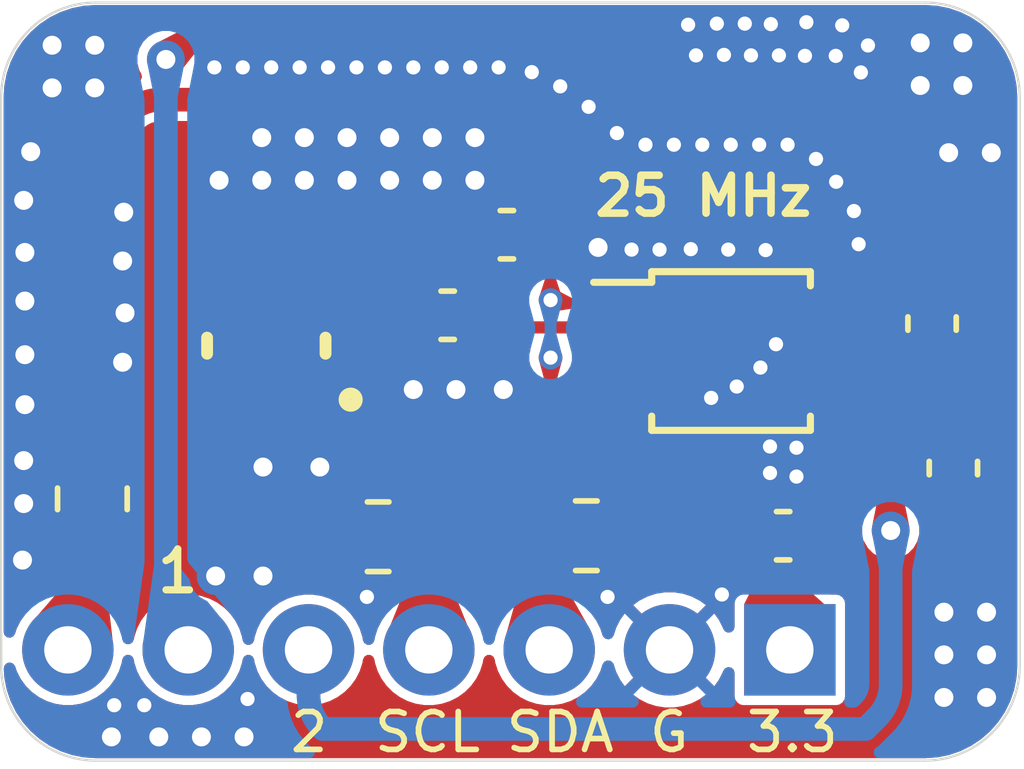
<source format=kicad_pcb>
(kicad_pcb (version 20241229) (generator "pcbnew") (generator_version "9.0")
  (layers (0 "F.Cu" signal) (2 "B.Cu" signal) (13 "F.Paste" user) (5 "F.SilkS" user "F.Silkscreen") (1 "F.Mask" user) (3 "B.Mask" user) (25 "Edge.Cuts" user))
  (net 0 "")
  (net 1 "Net-(U1-XA)")
  (net 2 "GND")
  (net 3 "/SDA_3V")
  (net 4 "/SCL_3V")
  (net 5 "CLK0")
  (net 6 "CLK1")
  (net 7 "CLK2")
  (net 8 "+3.3V")
  (net 9 "Net-(Y1-OUT)")
  (net 11 "Net-(JP1-Pad7)")
  (footprint "Capacitor_SMD:C_0603_1608Metric" (layer "F.Cu") (at 20.1 9.825 -90)
    (property "Reference" "C3" (hide yes))
    (property "Value" "105" (hide yes))
    (fp_line (start -0.14058 0.51) (end 0.14058 0.51) (stroke (width 0.12)) (layer "F.SilkS"))
    (fp_line (start -0.14058 -0.51) (end 0.14058 -0.51) (stroke (width 0.12)) (layer "F.SilkS"))
    (pad "1" smd roundrect (at -0.775 0 270) (size 0.9 0.95) (layers "F.Cu" "F.Mask" "F.Paste") (net 8 "+3.3V"))
    (pad "2" smd roundrect (at 0.775 0 270) (size 0.9 0.95) (layers "F.Cu" "F.Mask" "F.Paste") (net 2 "GND"))
  )
  (footprint "Capacitor_SMD:C_0603_1608Metric" (layer "F.Cu") (at 10.675 4.9 180)
    (property "Reference" "C5" (hide yes))
    (property "Value" "104" (hide yes))
    (fp_line (start -0.14058 0.51) (end 0.14058 0.51) (stroke (width 0.12)) (layer "F.SilkS"))
    (fp_line (start -0.14058 -0.51) (end 0.14058 -0.51) (stroke (width 0.12)) (layer "F.SilkS"))
    (pad "1" smd roundrect (at -0.775 0 180) (size 0.9 0.95) (layers "F.Cu" "F.Mask" "F.Paste") (net 8 "+3.3V"))
    (pad "2" smd roundrect (at 0.775 0 180) (size 0.9 0.95) (layers "F.Cu" "F.Mask" "F.Paste") (net 2 "GND"))
  )
  (footprint "Resistor_SMD:R_0805_2012Metric_Pad1.20x1.40mm_HandSolder" (layer "F.Cu") (at 12.351687 11.254216)
    (property "Reference" "R4" (hide yes))
    (property "Value" "1k" (hide yes))
    (fp_line (start -0.227064 -0.735) (end 0.227064 -0.735) (stroke (width 0.12)) (layer "F.SilkS"))
    (fp_line (start -0.227064 0.735) (end 0.227064 0.735) (stroke (width 0.12)) (layer "F.SilkS"))
    (pad "1" smd roundrect (at -1 0) (size 1.2 1.4) (layers "F.Cu" "F.Mask" "F.Paste") (roundrect_rratio 0.2083333333) (net 3 "/SDA_3V"))
    (pad "2" smd roundrect (at 1 0) (size 1.2 1.4) (layers "F.Cu" "F.Mask" "F.Paste") (roundrect_rratio 0.2083333333) (net 8 "+3.3V"))
  )
  (footprint "Resistor_SMD:R_0805_2012Metric_Pad1.20x1.40mm_HandSolder" (layer "F.Cu") (at 1.925 10.475 90)
    (property "Reference" "R1" (hide yes))
    (property "Value" "10" (hide yes))
    (fp_line (start -0.227064 -0.735) (end 0.227064 -0.735) (stroke (width 0.12)) (layer "F.SilkS"))
    (fp_line (start -0.227064 0.735) (end 0.227064 0.735) (stroke (width 0.12)) (layer "F.SilkS"))
    (pad "1" smd roundrect (at -1 0 90) (size 1.2 1.4) (layers "F.Cu" "F.Mask" "F.Paste") (roundrect_rratio 0.208333) (net 11 "Net-(JP1-Pad7)"))
    (pad "2" smd roundrect (at 1 0 90) (size 1.2 1.4) (layers "F.Cu" "F.Mask" "F.Paste") (roundrect_rratio 0.208333) (net 5 "CLK0"))
  )
  (footprint "Resistor_SMD:R_0805_2012Metric_Pad1.20x1.40mm_HandSolder" (layer "F.Cu") (at 7.957687 11.275216 180)
    (property "Reference" "R3" (hide yes))
    (property "Value" "1k" (hide yes))
    (fp_line (start -0.227064 0.735) (end 0.227064 0.735) (stroke (width 0.12)) (layer "F.SilkS"))
    (fp_line (start -0.227064 -0.735) (end 0.227064 -0.735) (stroke (width 0.12)) (layer "F.SilkS"))
    (pad "1" smd roundrect (at -1 0 180) (size 1.2 1.4) (layers "F.Cu" "F.Mask" "F.Paste") (roundrect_rratio 0.2083333333) (net 4 "/SCL_3V"))
    (pad "2" smd roundrect (at 1 0 180) (size 1.2 1.4) (layers "F.Cu" "F.Mask" "F.Paste") (roundrect_rratio 0.2083333333) (net 8 "+3.3V"))
  )
  (footprint "Adafruit Si5351A:1X07_ROUND_76" (layer "F.Cu") (at 9.027787 13.662816 180)
    (property "Reference" "JP1" (hide yes))
    (property "Value" "~")
    (pad "1" thru_hole rect (at -7.62 0 270) (size 1.9304 1.9304) (drill 1) (layers "*.Cu" "*.Mask") (net 8 "+3.3V"))
    (pad "2" thru_hole circle (at -5.08 0 270) (size 1.9304 1.9304) (drill 1) (layers "*.Cu" "*.Mask") (net 2 "GND"))
    (pad "3" thru_hole circle (at -2.54 0 270) (size 1.9304 1.9304) (drill 1) (layers "*.Cu" "*.Mask") (net 3 "/SDA_3V"))
    (pad "4" thru_hole circle (at 0 0 270) (size 1.9304 1.9304) (drill 1) (layers "*.Cu" "*.Mask") (net 4 "/SCL_3V"))
    (pad "5" thru_hole circle (at 2.54 0 270) (size 1.9304 1.9304) (drill 1) (layers "*.Cu" "*.Mask") (net 7 "CLK2"))
    (pad "6" thru_hole circle (at 5.08 0 270) (size 1.9304 1.9304) (drill 1) (layers "*.Cu" "*.Mask") (net 6 "CLK1"))
    (pad "7" thru_hole circle (at 7.62 0 270) (size 1.9304 1.9304) (drill 1) (layers "*.Cu" "*.Mask") (net 11 "Net-(JP1-Pad7)"))
  )
  (footprint "Capacitor_SMD:C_0603_1608Metric" (layer "F.Cu") (at 16.506687 11.254216)
    (property "Reference" "C1" (hide yes))
    (property "Value" "105" (hide yes))
    (fp_line (start -0.14058 -0.51) (end 0.14058 -0.51) (stroke (width 0.12)) (layer "F.SilkS"))
    (fp_line (start -0.14058 0.51) (end 0.14058 0.51) (stroke (width 0.12)) (layer "F.SilkS"))
    (pad "1" smd roundrect (at -0.775 0) (size 0.9 0.95) (layers "F.Cu" "F.Mask" "F.Paste") (net 8 "+3.3V"))
    (pad "2" smd roundrect (at 0.775 0) (size 0.9 0.95) (layers "F.Cu" "F.Mask" "F.Paste") (net 2 "GND"))
  )
  (footprint "Capacitor_SMD:C_0603_1608Metric" (layer "F.Cu") (at 19.65 6.775 90)
    (property "Reference" "C4" (hide yes))
    (property "Value" "104" (hide yes))
    (fp_line (start -0.14058 -0.51) (end 0.14058 -0.51) (stroke (width 0.12)) (layer "F.SilkS"))
    (fp_line (start -0.14058 0.51) (end 0.14058 0.51) (stroke (width 0.12)) (layer "F.SilkS"))
    (pad "1" smd roundrect (at -0.775 0 90) (size 0.9 0.95) (layers "F.Cu" "F.Mask" "F.Paste") (net 8 "+3.3V"))
    (pad "2" smd roundrect (at 0.775 0 90) (size 0.9 0.95) (layers "F.Cu" "F.Mask" "F.Paste") (net 2 "GND"))
  )
  (footprint "footprints:OSC-SMD_4P-L3.2-W2.5-BL-1" (layer "F.Cu") (at 5.596687 7.241716 90)
    (property "Reference" "Y1" (hide yes))
    (property "Value" "OSCILLATOR" (hide yes))
    (fp_line (start -0.17 -1.25) (end 0.17 -1.25) (stroke (width 0.25)) (layer "F.SilkS"))
    (fp_line (start -0.17 1.25) (end 0.17 1.25) (stroke (width 0.25)) (layer "F.SilkS"))
    (fp_circle (center -1.14 1.78) (end -1.01 1.78) (stroke (width 0.25)) (fill no) (layer "F.SilkS"))
    (pad "1" smd rect (at -1.1 0.8 90) (size 1.4 1.2) (layers "F.Cu" "F.Mask" "F.Paste") (net 2 "GND"))
    (pad "2" smd rect (at 1.1 0.8 90) (size 1.4 1.2) (layers "F.Cu" "F.Mask" "F.Paste") (net 2 "GND"))
    (pad "3" smd rect (at 1.1 -0.8 90) (size 1.4 1.2) (layers "F.Cu" "F.Mask" "F.Paste") (net 9 "Net-(Y1-OUT)"))
    (pad "4" smd rect (at -1.1 -0.8 90) (size 1.4 1.2) (layers "F.Cu" "F.Mask" "F.Paste") (net 8 "+3.3V"))
  )
  (footprint "Capacitor_SMD:C_0603_1608Metric" (layer "F.Cu") (at 9.425 6.6)
    (property "Reference" "C2" (hide yes))
    (property "Value" "100nF" (hide yes))
    (fp_line (start -0.14058 -0.51) (end 0.14058 -0.51) (stroke (width 0.12)) (layer "F.SilkS"))
    (fp_line (start -0.14058 0.51) (end 0.14058 0.51) (stroke (width 0.12)) (layer "F.SilkS"))
    (pad "1" smd roundrect (at -0.775 0) (size 0.9 0.95) (layers "F.Cu" "F.Mask" "F.Paste") (net 9 "Net-(Y1-OUT)"))
    (pad "2" smd roundrect (at 0.775 0) (size 0.9 0.95) (layers "F.Cu" "F.Mask" "F.Paste") (net 1 "Net-(U1-XA)"))
  )
  (footprint "Package_SO:MSOP-10_3x3mm_P0.5mm" (layer "F.Cu") (at 15.406687 7.354216)
    (property "Reference" "U1" (hide yes))
    (property "Value" "SI5351A" (hide yes))
    (fp_line (start -1.675 -1.675) (end -1.675 -1.45) (stroke (width 0.15)) (layer "F.SilkS"))
    (fp_line (start -1.675 -1.675) (end 1.675 -1.675) (stroke (width 0.15)) (layer "F.SilkS"))
    (fp_line (start -1.675 -1.45) (end -2.9 -1.45) (stroke (width 0.15)) (layer "F.SilkS"))
    (fp_line (start -1.675 1.675) (end -1.675 1.375) (stroke (width 0.15)) (layer "F.SilkS"))
    (fp_line (start -1.675 1.675) (end 1.675 1.675) (stroke (width 0.15)) (layer "F.SilkS"))
    (fp_line (start 1.675 -1.675) (end 1.675 -1.375) (stroke (width 0.15)) (layer "F.SilkS"))
    (fp_line (start 1.675 1.675) (end 1.675 1.375) (stroke (width 0.15)) (layer "F.SilkS"))
    (pad "1" smd rect (at -2.2 -1) (size 1.4 0.3) (layers "F.Cu" "F.Mask" "F.Paste") (net 8 "+3.3V"))
    (pad "2" smd rect (at -2.2 -0.5) (size 1.4 0.3) (layers "F.Cu" "F.Mask" "F.Paste") (net 1 "Net-(U1-XA)"))
    (pad "3" smd rect (at -2.2 0) (size 1.4 0.3) (layers "F.Cu" "F.Mask" "F.Paste"))
    (pad "4" smd rect (at -2.2 0.5) (size 1.4 0.3) (layers "F.Cu" "F.Mask" "F.Paste") (net 4 "/SCL_3V"))
    (pad "5" smd rect (at -2.2 1) (size 1.4 0.3) (layers "F.Cu" "F.Mask" "F.Paste") (net 3 "/SDA_3V"))
    (pad "6" smd rect (at 2.2 1) (size 1.4 0.3) (layers "F.Cu" "F.Mask" "F.Paste") (net 7 "CLK2"))
    (pad "7" smd rect (at 2.2 0.5) (size 1.4 0.3) (layers "F.Cu" "F.Mask" "F.Paste") (net 8 "+3.3V"))
    (pad "8" smd rect (at 2.2 0) (size 1.4 0.3) (layers "F.Cu" "F.Mask" "F.Paste") (net 2 "GND"))
    (pad "9" smd rect (at 2.2 -0.5) (size 1.4 0.3) (layers "F.Cu" "F.Mask" "F.Paste") (net 6 "CLK1"))
    (pad "10" smd rect (at 2.2 -1) (size 1.4 0.3) (layers "F.Cu" "F.Mask" "F.Paste") (net 5 "CLK0"))
  )
  (gr_line (start 19.5 16) (end 2 16) (stroke (width 0.05)) (layer "Edge.Cuts"))
  (gr_arc (start 0 2) (mid 0.585786 0.585786) (end 2 0) (stroke (width 0.05)) (layer "Edge.Cuts"))
  (gr_arc (start 2 16) (mid 0.585786 15.414214) (end 0 14) (stroke (width 0.05)) (layer "Edge.Cuts"))
  (gr_arc (start 21.5 14) (mid 20.914214 15.414214) (end 19.5 16) (stroke (width 0.05)) (layer "Edge.Cuts"))
  (gr_arc (start 19.5 0) (mid 20.914214 0.585786) (end 21.5 2) (stroke (width 0.05)) (layer "Edge.Cuts"))
  (gr_line (start 21.5 2) (end 21.5 14) (stroke (width 0.05)) (layer "Edge.Cuts"))
  (gr_line (start 2 0) (end 19.5 0) (stroke (width 0.05)) (layer "Edge.Cuts"))
  (gr_line (start 0 14) (end 0 2) (stroke (width 0.05)) (layer "Edge.Cuts"))
  (gr_text "G" (at 14.1 15.4 0) (layer "F.SilkS") (effects (font (size 0.8 0.8) (thickness 0.12))))
  (gr_text "SCL" (at 9 15.4 0) (layer "F.SilkS") (effects (font (size 0.8 0.8) (thickness 0.12))))
  (gr_text "2" (at 6.5 15.4 0) (layer "F.SilkS") (effects (font (size 0.8 0.8) (thickness 0.12))))
  (gr_text "SDA" (at 11.8 15.4 0) (layer "F.SilkS") (effects (font (size 0.8 0.8) (thickness 0.12))))
  (gr_text "1" (at 3.726687 12.004216 0) (layer "F.SilkS") (effects (font (size 0.8636 0.8636) (thickness 0.1524))))
  (gr_text "3.3" (at 16.7 15.4 0) (layer "F.SilkS") (effects (font (size 0.8 0.8) (thickness 0.12))))
  (gr_text "25 MHz" (at 12.45 4.55 0) (layer "F.SilkS") (effects (font (size 0.8 0.8) (thickness 0.16) (bold yes)) (justify left bottom)))
  (segment (start 10.256687 5.734216) (end 10.256687 6.754216) (width 0.254) (layer "F.Cu") (net 1))
  (segment (start 10.359187 6.856716) (end 13.204187 6.856716) (width 0.254) (layer "F.Cu") (net 1))
  (segment (start 13.206687 6.854216) (end 10.587187 6.854216) (width 0.25) (layer "F.Cu") (net 1))
  (segment (start 6.316687 9.804216) (end 6.296687 9.784216) (width 0.5) (layer "F.Cu") (net 2))
  (segment (start 6.296687 9.784216) (end 6.296687 8.751716) (width 0.5) (layer "F.Cu") (net 2))
  (segment (start 6.546687 6.091716) (end 6.546687 8.501716) (width 0.25) (layer "F.Cu") (net 2))
  (segment (start 16.376687 7.354216) (end 16.026687 7.704216) (width 0.25) (layer "F.Cu") (net 2))
  (segment (start 6.316687 9.804216) (end 5.526687 9.804216) (width 0.5) (layer "F.Cu") (net 2))
  (segment (start 17.606687 7.354216) (end 16.376687 7.354216) (width 0.25) (layer "F.Cu") (net 2))
  (segment (start 17.606687 7.354216) (end 16.498687 7.354216) (width 0.25) (layer "F.Cu") (net 2))
  (segment (start 6.726687 9.804216) (end 6.316687 9.804216) (width 0.5) (layer "F.Cu") (net 2))
  (segment (start 16.498687 7.354216) (end 16.355687 7.211216) (width 0.25) (layer "F.Cu") (net 2))
  (via (at 4.226687 15.5) (size 0.8) (drill 0.4) (layers "F.Cu" "B.Cu") (net 2))
  (via (at 6.3 1.367743) (size 0.5) (drill 0.3) (layers "F.Cu" "B.Cu") (net 2))
  (via (at 0.475 10.575) (size 0.8) (drill 0.4) (layers "F.Cu" "B.Cu") (net 2))
  (via (at 5.526687 9.804216) (size 0.8) (drill 0.4) (layers "F.Cu" "B.Cu") (net 2))
  (via (at 9.1 3.75) (size 0.8) (drill 0.4) (layers "F.Cu" "B.Cu") (net 2))
  (via (at 19.4 0.85) (size 0.8) (drill 0.4) (layers "F.Cu" "B.Cu") (net 2))
  (via (at 12.6 5.167743) (size 0.8) (drill 0.4) (layers "F.Cu" "B.Cu") (net 2))
  (via (at 20.8 14.667743) (size 0.8) (drill 0.4) (layers "F.Cu" "B.Cu") (net 2))
  (via (at 2.586687 4.424216) (size 0.8) (drill 0.4) (layers "F.Cu" "B.Cu") (net 2))
  (via (at 18.146687 1.474216) (size 0.5) (drill 0.3) (layers "F.Cu" "B.Cu") (net 2))
  (via (at 15.826687 1.114216) (size 0.5) (drill 0.3) (layers "F.Cu" "B.Cu") (net 2))
  (via (at 2.385687 14.831216) (size 0.5) (drill 0.3) (layers "F.Cu" "B.Cu") (net 2))
  (via (at 9.9 1.367743) (size 0.5) (drill 0.3) (layers "F.Cu" "B.Cu") (net 2))
  (via (at 14.666687 1.114216) (size 0.5) (drill 0.3) (layers "F.Cu" "B.Cu") (net 2))
  (via (at 19.9 13.767743) (size 0.8) (drill 0.4) (layers "F.Cu" "B.Cu") (net 2))
  (via (at 0.475 4.175) (size 0.8) (drill 0.4) (layers "F.Cu" "B.Cu") (net 2))
  (via (at 16 3) (size 0.5) (drill 0.3) (layers "F.Cu" "B.Cu") (net 2))
  (via (at 16.996687 0.414216) (size 0.5) (drill 0.3) (layers "F.Cu" "B.Cu") (net 2))
  (via (at 6.4 3.75) (size 0.8) (drill 0.4) (layers "F.Cu" "B.Cu") (net 2))
  (via (at 4.6 3.75) (size 0.8) (drill 0.4) (layers "F.Cu" "B.Cu") (net 2))
  (via (at 15.526687 8.104216) (size 0.5) (drill 0.3) (layers "F.Cu" "B.Cu") (net 2))
  (via (at 16.355687 7.211216) (size 0.5) (drill 0.3) (layers "F.Cu" "B.Cu") (net 2))
  (via (at 16.228687 9.929016) (size 0.5) (drill 0.3) (layers "F.Cu" "B.Cu") (net 2))
  (via (at 2.614287 6.550816) (size 0.8) (drill 0.4) (layers "F.Cu" "B.Cu") (net 2))
  (via (at 8.2 3.75) (size 0.8) (drill 0.4) (layers "F.Cu" "B.Cu") (net 2))
  (via (at 5.7 1.367743) (size 0.5) (drill 0.3) (layers "F.Cu" "B.Cu") (net 2))
  (via (at 8.2 2.85) (size 0.8) (drill 0.4) (layers "F.Cu" "B.Cu") (net 2))
  (via (at 0.5 6.3) (size 0.8) (drill 0.4) (layers "F.Cu" "B.Cu") (net 2))
  (via (at 2.563487 5.454216) (size 0.8) (drill 0.4) (layers "F.Cu" "B.Cu") (net 2))
  (via (at 12.799687 12.545216) (size 0.5) (drill 0.3) (layers "F.Cu" "B.Cu") (net 2))
  (via (at 2.563487 7.592216) (size 0.8) (drill 0.4) (layers "F.Cu" "B.Cu") (net 2))
  (via (at 4.526687 12.104216) (size 0.8) (drill 0.4) (layers "F.Cu" "B.Cu") (net 2))
  (via (at 14.2 3) (size 0.5) (drill 0.3) (layers "F.Cu" "B.Cu") (net 2))
  (via (at 19.9 14.667743) (size 0.8) (drill 0.4) (layers "F.Cu" "B.Cu") (net 2))
  (via (at 6.9 1.367743) (size 0.5) (drill 0.3) (layers "F.Cu" "B.Cu") (net 2))
  (via (at 13.896687 5.214216) (size 0.5) (drill 0.3) (layers "F.Cu" "B.Cu") (net 2))
  (via (at 15.256687 1.104216) (size 0.5) (drill 0.3) (layers "F.Cu" "B.Cu") (net 2))
  (via (at 8.1 1.367743) (size 0.5) (drill 0.3) (layers "F.Cu" "B.Cu") (net 2))
  (via (at 0.5 7.432543) (size 0.8) (drill 0.4) (layers "F.Cu" "B.Cu") (net 2))
  (via (at 5.526687 12.104216) (size 0.8) (drill 0.4) (layers "F.Cu" "B.Cu") (net 2))
  (via (at 5.5 3.75) (size 0.8) (drill 0.4) (layers "F.Cu" "B.Cu") (net 2))
  (via (at 1.075 0.9) (size 0.8) (drill 0.4) (layers "F.Cu" "B.Cu") (net 2))
  (via (at 9.1 2.85) (size 0.8) (drill 0.4) (layers "F.Cu" "B.Cu") (net 2))
  (via (at 14.556687 5.204216) (size 0.5) (drill 0.3) (layers "F.Cu" "B.Cu") (net 2))
  (via (at 7.5 1.367743) (size 0.5) (drill 0.3) (layers "F.Cu" "B.Cu") (net 2))
  (via (at 13.306687 5.214216) (size 0.5) (drill 0.3) (layers "F.Cu" "B.Cu") (net 2))
  (via (at 15.696687 0.444216) (size 0.5) (drill 0.3) (layers "F.Cu" "B.Cu") (net 2))
  (via (at 17.2 3.3) (size 0.5) (drill 0.3) (layers "F.Cu" "B.Cu") (net 2))
  (via (at 8.7 1.367743) (size 0.5) (drill 0.3) (layers "F.Cu" "B.Cu") (net 2))
  (via (at 15.4 3) (size 0.5) (drill 0.3) (layers "F.Cu" "B.Cu") (net 2))
  (via (at 3.326687 15.5) (size 0.8) (drill 0.4) (layers "F.Cu" "B.Cu") (net 2))
  (via (at 20.8 12.867743) (size 0.8) (drill 0.4) (layers "F.Cu" "B.Cu") (net 2))
  (via (at 0.45 11.767743) (size 0.8) (drill 0.4) (layers "F.Cu" "B.Cu") (net 2))
  (via (at 9.3 1.367743) (size 0.5) (drill 0.3) (layers "F.Cu" "B.Cu") (net 2))
  (via (at 17.752687 0.480216) (size 0.5) (drill 0.3) (layers "F.Cu" "B.Cu") (net 2))
  (via (at 6.4 2.85) (size 0.8) (drill 0.4) (layers "F.Cu" "B.Cu") (net 2))
  (via (at 19.9 12.867743) (size 0.8) (drill 0.4) (layers "F.Cu" "B.Cu") (net 2))
  (via (at 10 3.75) (size 0.8) (drill 0.4) (layers "F.Cu" "B.Cu") (net 2))
  (via (at 0.5 8.486943) (size 0.8) (drill 0.4) (layers "F.Cu" "B.Cu") (net 2))
  (via (at 17.616687 1.124216) (size 0.5) (drill 0.3) (layers "F.Cu" "B.Cu") (net 2))
  (via (at 14.8 3) (size 0.5) (drill 0.3) (layers "F.Cu" "B.Cu") (net 2))
  (via (at 10 2.85) (size 0.8) (drill 0.4) (layers "F.Cu" "B.Cu") (net 2))
  (via (at 4.5 1.367743) (size 0.5) (drill 0.3) (layers "F.Cu" "B.Cu") (net 2))
  (via (at 12.996687 2.754216) (size 0.5) (drill 0.3) (layers "F.Cu" "B.Cu") (net 2))
  (via (at 10.6 8.167743) (size 0.8) (drill 0.4) (layers "F.Cu" "B.Cu") (net 2))
  (via (at 14.5 0.467743) (size 0.5) (drill 0.3) (layers "F.Cu" "B.Cu") (net 2))
  (via (at 5.1 1.367743) (size 0.5) (drill 0.3) (layers "F.Cu" "B.Cu") (net 2))
  (via (at 0.5 5.273543) (size 0.8) (drill 0.4) (layers "F.Cu" "B.Cu") (net 2))
  (via (at 6.726687 9.804216) (size 0.8) (drill 0.4) (layers "F.Cu" "B.Cu") (net 2))
  (via (at 17.625687 3.782216) (size 0.5) (drill 0.3) (layers "F.Cu" "B.Cu") (net 2))
  (via (at 20.9 3.167743) (size 0.8) (drill 0.4) (layers "F.Cu" "B.Cu") (net 2))
  (via (at 7.3 2.85) (size 0.8) (drill 0.4) (layers "F.Cu" "B.Cu") (net 2))
  (via (at 16.228687 9.370216) (size 0.5) (drill 0.3) (layers "F.Cu" "B.Cu") (net 2))
  (via (at 10.5 1.367743) (size 0.5) (drill 0.3) (layers "F.Cu" "B.Cu") (net 2))
  (via (at 18.1 5.1) (size 0.5) (drill 0.3) (layers "F.Cu" "B.Cu") (net 2))
  (via (at 16.026687 7.704216) (size 0.5) (drill 0.3) (layers "F.Cu" "B.Cu") (net 2))
  (via (at 1.975 0.9) (size 0.8) (drill 0.4) (layers "F.Cu" "B.Cu") (net 2))
  (via (at 20 3.167743) (size 0.8) (drill 0.4) (layers "F.Cu" "B.Cu") (net 2))
  (via (at 7.719687 12.545216) (size 0.5) (drill 0.3) (layers "F.Cu" "B.Cu") (net 2))
  (via (at 1.975 1.8) (size 0.8) (drill 0.4) (layers "F.Cu" "B.Cu") (net 2))
  (via (at 13.6 3) (size 0.5) (drill 0.3) (layers "F.Cu" "B.Cu") (net 2))
  (via (at 9.6 8.167743) (size 0.8) (drill 0.4) (layers "F.Cu" "B.Cu") (net 2))
  (via (at 20.3 1.75) (size 0.8) (drill 0.4) (layers "F.Cu" "B.Cu") (net 2))
  (via (at 5.5 2.85) (size 0.8) (drill 0.4) (layers "F.Cu" "B.Cu") (net 2))
  (via (at 3.020687 14.831216) (size 0.5) (drill 0.3) (layers "F.Cu" "B.Cu") (net 2))
  (via (at 0.475 9.667743) (size 0.8) (drill 0.4) (layers "F.Cu" "B.Cu") (net 2))
  (via (at 7.3 3.75) (size 0.8) (drill 0.4) (layers "F.Cu" "B.Cu") (net 2))
  (via (at 18.296687 0.904216) (size 0.5) (drill 0.3) (layers "F.Cu" "B.Cu") (net 2))
  (via (at 18 4.4) (size 0.5) (drill 0.3) (layers "F.Cu" "B.Cu") (net 2))
  (via (at 12.4 2.2) (size 0.5) (drill 0.3) (layers "F.Cu" "B.Cu") (net 2))
  (via (at 8.7 8.167743) (size 0.8) (drill 0.4) (layers "F.Cu" "B.Cu") (net 2))
  (via (at 1.075 1.8) (size 0.8) (drill 0.4) (layers "F.Cu" "B.Cu") (net 2))
  (via (at 11.8 1.767743) (size 0.5) (drill 0.3) (layers "F.Cu" "B.Cu") (net 2))
  (via (at 5.2 14.7) (size 0.5) (drill 0.3) (layers "F.Cu" "B.Cu") (net 2))
  (via (at 16.6 3) (size 0.5) (drill 0.3) (layers "F.Cu" "B.Cu") (net 2))
  (via (at 16.136687 5.224216) (size 0.5) (drill 0.3) (layers "F.Cu" "B.Cu") (net 2))
  (via (at 16.966687 1.124216) (size 0.5) (drill 0.3) (layers "F.Cu" "B.Cu") (net 2))
  (via (at 14.986687 8.344216) (size 0.5) (drill 0.3) (layers "F.Cu" "B.Cu") (net 2))
  (via (at 11.2 1.467743) (size 0.5) (drill 0.3) (layers "F.Cu" "B.Cu") (net 2))
  (via (at 0.6232 3.146943) (size 0.8) (drill 0.4) (layers "F.Cu" "B.Cu") (net 2))
  (via (at 5.126687 15.5) (size 0.8) (drill 0.4) (layers "F.Cu" "B.Cu") (net 2))
  (via (at 2.326687 15.5) (size 0.8) (drill 0.4) (layers "F.Cu" "B.Cu") (net 2))
  (via (at 20.3 0.85) (size 0.8) (drill 0.4) (layers "F.Cu" "B.Cu") (net 2))
  (via (at 20.8 13.767743) (size 0.8) (drill 0.4) (layers "F.Cu" "B.Cu") (net 2))
  (via (at 16.787487 9.395616) (size 0.5) (drill 0.3) (layers "F.Cu" "B.Cu") (net 2))
  (via (at 16.246687 0.454216) (size 0.5) (drill 0.3) (layers "F.Cu" "B.Cu") (net 2))
  (via (at 15.106687 0.444216) (size 0.5) (drill 0.3) (layers "F.Cu" "B.Cu") (net 2))
  (via (at 15.346687 5.214216) (size 0.5) (drill 0.3) (layers "F.Cu" "B.Cu") (net 2))
  (via (at 19.4 1.75) (size 0.8) (drill 0.4) (layers "F.Cu" "B.Cu") (net 2))
  (via (at 15.212687 12.494416) (size 0.5) (drill 0.3) (layers "F.Cu" "B.Cu") (net 2))
  (via (at 16.787487 10.005216) (size 0.5) (drill 0.3) (layers "F.Cu" "B.Cu") (net 2))
  (via (at 16.416687 1.114216) (size 0.5) (drill 0.3) (layers "F.Cu" "B.Cu") (net 2))
  (segment (start 11.351687 11.254216) (end 12.913794 9.692109) (width 0.25) (layer "F.Cu") (net 3))
  (segment (start 11.351687 11.254216) (end 11.351687 13.446716) (width 0.5) (layer "F.Cu") (net 3))
  (segment (start 13.206687 8.354216) (end 13.206687 8.985002) (width 0.25) (layer "F.Cu") (net 3))
  (arc (start 12.913794 9.692109) (mid 13.130567 9.367686) (end 13.206687 8.985002) (width 0.25) (layer "F.Cu") (net 3))
  (segment (start 12.4 7.854216) (end 13.206687 7.854216) (width 0.25) (layer "F.Cu") (net 4))
  (segment (start 10.652901 9.994216) (end 11.123257 9.994216) (width 0.25) (layer "F.Cu") (net 4))
  (segment (start 12.181687 8.935786) (end 12.181687 8.072529) (width 0.25) (layer "F.Cu") (net 4))
  (segment (start 8.957687 11.275216) (end 9.945794 10.287109) (width 0.25) (layer "F.Cu") (net 4))
  (segment (start 12.181687 8.072529) (end 12.4 7.854216) (width 0.25) (layer "F.Cu") (net 4))
  (segment (start 11.830364 9.701323) (end 11.888794 9.642893) (width 0.25) (layer "F.Cu") (net 4))
  (segment (start 9.027787 13.662816) (end 9.027787 11.364116) (width 0.5) (layer "F.Cu") (net 4))
  (arc (start 9.945794 10.287109) (mid 10.270218 10.070336) (end 10.652901 9.994216) (width 0.25) (layer "F.Cu") (net 4))
  (arc (start 11.888794 9.642893) (mid 12.105567 9.31847) (end 12.181687 8.935786) (width 0.25) (layer "F.Cu") (net 4))
  (arc (start 11.123257 9.994216) (mid 11.505941 9.918096) (end 11.830364 9.701323) (width 0.25) (layer "F.Cu") (net 4))
  (segment (start 2.665893 2.341893) (end 1.70068 3.307107) (width 0.5) (layer "F.Cu") (net 5))
  (segment (start 1.407787 4.014213) (end 1.407787 8.957787) (width 0.5) (layer "F.Cu") (net 5))
  (segment (start 17.606687 6.303216) (end 17.606687 5.941555) (width 0.5) (layer "F.Cu") (net 5))
  (segment (start 1.407787 8.957787) (end 1.925 9.475) (width 0.5) (layer "F.Cu") (net 5))
  (segment (start 17.756687 6.296215) (end 17.756687 5.664216) (width 0.2) (layer "F.Cu") (net 5))
  (segment (start 10.187258 2.049) (end 3.373 2.049) (width 0.5) (layer "F.Cu") (net 5))
  (segment (start 17.313794 5.234448) (end 16.446687 4.367341) (width 0.5) (layer "F.Cu") (net 5))
  (segment (start 16.446687 4.354216) (end 13.320901 4.354216) (width 0.5) (layer "F.Cu") (net 5))
  (segment (start 16.446687 4.367341) (end 16.446687 4.354216) (width 0.5) (layer "F.Cu") (net 5))
  (segment (start 12.613794 4.061323) (end 10.894365 2.341893) (width 0.5) (layer "F.Cu") (net 5))
  (arc (start 3.373 2.049) (mid 2.990317 2.12512) (end 2.665893 2.341893) (width 0.5) (layer "F.Cu") (net 5))
  (arc (start 10.894365 2.341893) (mid 10.569941 2.12512) (end 10.187258 2.049) (width 0.5) (layer "F.Cu") (net 5))
  (arc (start 17.606687 5.941555) (mid 17.530567 5.558871) (end 17.313794 5.234448) (width 0.5) (layer "F.Cu") (net 5))
  (arc (start 13.320901 4.354216) (mid 12.938218 4.278096) (end 12.613794 4.061323) (width 0.5) (layer "F.Cu") (net 5))
  (arc (start 1.70068 3.307107) (mid 1.483908 3.63153) (end 1.407787 4.014213) (width 0.5) (layer "F.Cu") (net 5))
  (segment (start 18.460636 2.460636) (end 18.751 2.751) (width 0.5) (layer "F.Cu") (net 6))
  (segment (start 18.526687 6.846216) (end 18.707688 6.665215) (width 0.2) (layer "F.Cu") (net 6))
  (segment (start 3.476687 1.2) (end 3.733794 0.942893) (width 0.5) (layer "F.Cu") (net 6))
  (segment (start 18.751 2.751) (end 18.751 4.925) (width 0.5) (layer "F.Cu") (net 6))
  (segment (start 18.707688 6.665215) (end 18.707688 4.968312) (width 0.2) (layer "F.Cu") (net 6))
  (segment (start 14.339214 2.167743) (end 17.753529 2.167743) (width 0.5) (layer "F.Cu") (net 6))
  (segment (start 18.707688 4.968312) (end 18.751 4.925) (width 0.2) (layer "F.Cu") (net 6))
  (segment (start 17.746687 6.846216) (end 18.526687 6.846216) (width 0.2) (layer "F.Cu") (net 6))
  (segment (start 12.70015 0.942893) (end 13.632107 1.87485) (width 0.5) (layer "F.Cu") (net 6))
  (segment (start 4.440901 0.65) (end 11.993043 0.65) (width 0.5) (layer "F.Cu") (net 6))
  (via (at 3.476687 1.2) (size 0.8) (drill 0.4) (layers "F.Cu" "B.Cu") (net 6))
  (arc (start 18.460636 2.460636) (mid 18.136213 2.243863) (end 17.753529 2.167743) (width 0.5) (layer "F.Cu") (net 6))
  (arc (start 11.993043 0.65) (mid 12.375726 0.72612) (end 12.70015 0.942893) (width 0.5) (layer "F.Cu") (net 6))
  (arc (start 3.733794 0.942893) (mid 4.058217 0.72612) (end 4.440901 0.65) (width 0.5) (layer "F.Cu") (net 6))
  (arc (start 14.339214 2.167743) (mid 13.956531 2.091623) (end 13.632107 1.87485) (width 0.5) (layer "F.Cu") (net 6))
  (segment (start 3.476687 13.191716) (end 3.476687 1.2) (width 0.5) (layer "B.Cu") (net 6))
  (segment (start 17.606687 9.054216) (end 17.606687 8.867743) (width 0.2) (layer "F.Cu") (net 7))
  (segment (start 18.776687 10.037743) (end 17.606687 8.867743) (width 0.5) (layer "F.Cu") (net 7))
  (segment (start 18.776687 11.144216) (end 18.776687 10.037743) (width 0.5) (layer "F.Cu") (net 7))
  (segment (start 18.776687 11.144216) (end 18.776687 10.224216) (width 0.5) (layer "F.Cu") (net 7))
  (segment (start 17.606687 8.867743) (end 17.606687 8.354216) (width 0.2) (layer "F.Cu") (net 7))
  (segment (start 18.776687 10.224216) (end 17.606687 9.054216) (width 0.2) (layer "F.Cu") (net 7))
  (via (at 18.776687 11.144216) (size 0.8) (drill 0.4) (layers "F.Cu" "B.Cu") (net 7))
  (segment (start 18.776687 11.144216) (end 18.776687 14.385786) (width 0.5) (layer "B.Cu") (net 7))
  (segment (start 6.487787 14.613601) (end 6.487787 13.662816) (width 0.5) (layer "B.Cu") (net 7))
  (segment (start 6.792486 15.332514) (end 18.244173 15.332514) (width 0.5) (layer "B.Cu") (net 7))
  (segment (start 6.792486 15.332514) (end 6.780679 15.320707) (width 0.5) (layer "B.Cu") (net 7))
  (segment (start 18.244173 15.332514) (end 18.483794 15.092893) (width 0.5) (layer "B.Cu") (net 7))
  (arc (start 6.487787 14.613601) (mid 6.563907 14.996284) (end 6.780679 15.320707) (width 0.5) (layer "B.Cu") (net 7))
  (arc (start 18.776687 14.385786) (mid 18.700567 14.768469) (end 18.483794 15.092893) (width 0.5) (layer "B.Cu") (net 7))
  (segment (start 6.957687 11.275216) (end 7.870008 10.362895) (width 0.25) (layer "F.Cu") (net 8))
  (segment (start 17.606687 7.854216) (end 19.345784 7.854216) (width 0.2) (layer "F.Cu") (net 8))
  (segment (start 11.596687 9.05) (end 11.596687 7.494216) (width 0.25) (layer "F.Cu") (net 8))
  (segment (start 11.671187 6.354216) (end 11.596687 6.279716) (width 0.2) (layer "F.Cu") (net 8))
  (segment (start 16.647787 12.432816) (end 15.469187 11.254216) (width 0.5) (layer "F.Cu") (net 8))
  (segment (start 14.353796 6.647109) (end 14.356687 6.65) (width 0.2) (layer "F.Cu") (net 8))
  (segment (start 20.1 8) (end 19.65 7.55) (width 0.5) (layer "F.Cu") (net 8))
  (segment (start 5.764214 11.275216) (end 6.957687 11.275216) (width 0.25) (layer "F.Cu") (net 8))
  (segment (start 11.596687 6.279716) (end 11.596687 5.046687) (width 0.2) (layer "F.Cu") (net 8))
  (segment (start 11.455364 9.191323) (end 11.596687 9.05) (width 0.25) (layer "F.Cu") (net 8))
  (segment (start 15.359437 11.275216) (end 13.541937 11.275216) (width 0.5) (layer "F.Cu") (net 8))
  (segment (start 13.206687 6.354216) (end 11.671187 6.354216) (width 0.2) (layer "F.Cu") (net 8))
  (segment (start 4.93958 10.864796) (end 5.057107 10.982323) (width 0.25) (layer "F.Cu") (net 8))
  (segment (start 16.647787 13.662816) (end 16.647787 12.432816) (width 0.5) (layer "F.Cu") (net 8))
  (segment (start 14.356687 6.65) (end 14.356687 11.154216) (width 0.2) (layer "F.Cu") (net 8))
  (segment (start 9.991328 9.484216) (end 10.748257 9.484216) (width 0.25) (layer "F.Cu") (net 8))
  (segment (start 4.646687 8.391716) (end 4.646687 10.157689) (width 0.25) (layer "F.Cu") (net 8))
  (segment (start 16.363794 8.147109) (end 15.84708 8.663823) (width 0.2) (layer "F.Cu") (net 8))
  (segment (start 15.554187 9.37093) (end 15.554187 11.254216) (width 0.2) (layer "F.Cu") (net 8))
  (segment (start 20.1 9.05) (end 20.1 8) (width 0.5) (layer "F.Cu") (net 8))
  (via (at 11.596687 6.279716) (size 0.5) (drill 0.3) (layers "F.Cu" "B.Cu") (net 8))
  (via (at 11.596687 7.494216) (size 0.5) (drill 0.3) (layers "F.Cu" "B.Cu") (net 8))
  (arc (start 7.870008 10.362895) (mid 8.843278 9.712577) (end 9.991328 9.484216) (width 0.25) (layer "F.Cu") (net 8))
  (arc (start 13.646689 6.354216) (mid 14.029372 6.430336) (end 14.353796 6.647109) (width 0.2) (layer "F.Cu") (net 8))
  (arc (start 15.84708 8.663823) (mid 15.630307 8.988246) (end 15.554187 9.37093) (width 0.2) (layer "F.Cu") (net 8))
  (arc (start 5.764214 11.275216) (mid 5.381531 11.199096) (end 5.057107 10.982323) (width 0.25) (layer "F.Cu") (net 8))
  (arc (start 10.748257 9.484216) (mid 11.13094 9.408096) (end 11.455364 9.191323) (width 0.25) (layer "F.Cu") (net 8))
  (arc (start 4.646687 10.157689) (mid 4.722807 10.540372) (end 4.93958 10.864796) (width 0.25) (layer "F.Cu") (net 8))
  (arc (start 17.070901 7.854216) (mid 16.688218 7.930336) (end 16.363794 8.147109) (width 0.2) (layer "F.Cu") (net 8))
  (segment (start 11.596687 7.494216) (end 11.596687 6.279716) (width 0.25) (layer "B.Cu") (net 8))
  (segment (start 4.896687 5.35) (end 4.904216 5.35) (width 0.5) (layer "F.Cu") (net 9))
  (segment (start 4.896687 5.731716) (end 4.896687 5.35) (width 0.5) (layer "F.Cu") (net 9))
  (segment (start 6.231964 4.754216) (end 4.984187 4.754216) (width 0.5) (layer "F.Cu") (net 9))
  (segment (start 4.796687 4.941716) (end 4.796687 6.141716) (width 0.5) (layer "F.Cu") (net 9))
  (segment (start 8.353285 5.632896) (end 8.65 5.929611) (width 0.5) (layer "F.Cu") (net 9))
  (segment (start 4.984187 4.754216) (end 4.796687 4.941716) (width 0.5) (layer "F.Cu") (net 9))
  (segment (start 8.65 5.929611) (end 8.65 6.6) (width 0.5) (layer "F.Cu") (net 9))
  (arc (start 8.353285 5.632896) (mid 7.380015 4.982577) (end 6.231964 4.754216) (width 0.5) (layer "F.Cu") (net 9))
  (segment (start 1.925 13.145603) (end 1.407787 13.662816) (width 0.5) (layer "F.Cu") (net 11))
  (segment (start 1.925 11.475) (end 1.925 13.145603) (width 0.5) (layer "F.Cu") (net 11))
  (zone (net 2) (net_name "GND") (layer "F.Cu") (connect_pads (clearance 0.2)) (min_thickness 0.25) (fill yes (thermal_gap 0.25) (thermal_bridge_width 0.25) (smoothing chamfer) (radius 0.05) (island_removal_mode 2) (island_area_min 10))
    (polygon (pts (xy 0.015708 -0.015058) (xy 0.053549 16.196028) (xy 21.6 16.167743) (xy 21.562159 -0.043343)))
  )
  (zone (net 2) (net_name "GND") (layer "B.Cu") (priority 1) (connect_pads (clearance 0.2)) (min_thickness 0.25) (fill yes (thermal_gap 0.25) (thermal_bridge_width 0.25) (smoothing chamfer) (radius 0.05) (island_removal_mode 2) (island_area_min 10))
    (polygon (pts (xy -0.017582 -0.005318) (xy -0.025008 16.2) (xy 21.597787 16.150406) (xy 21.605213 -0.054912)))
  )
)
</source>
